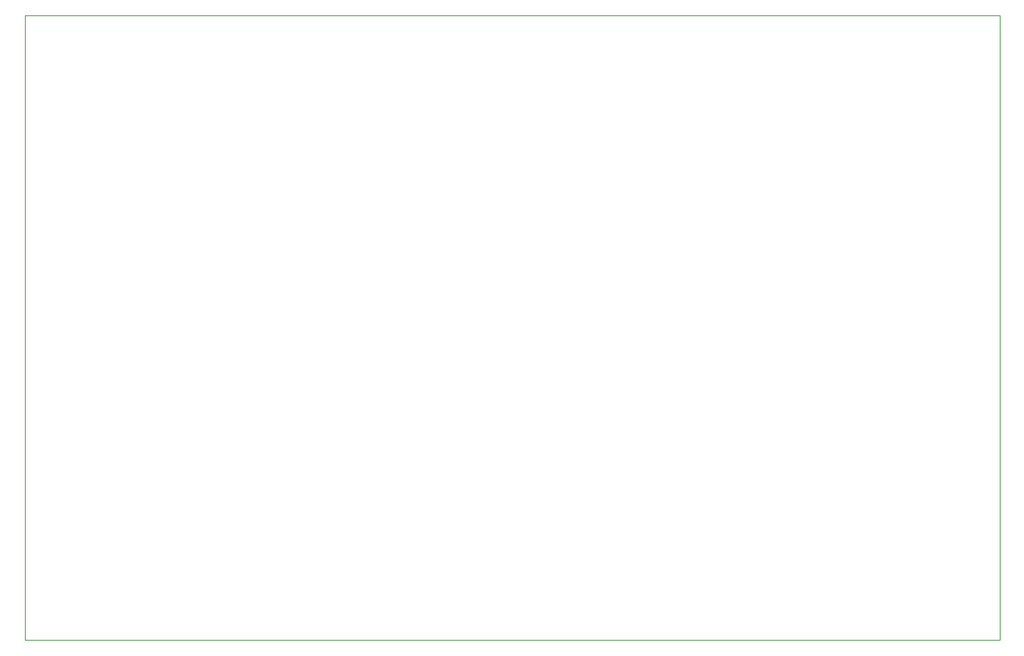
<source format=gbr>
%TF.GenerationSoftware,KiCad,Pcbnew,(5.1.6)-1*%
%TF.CreationDate,2021-02-25T22:42:19-08:00*%
%TF.ProjectId,KiCAD Schematic and PCB - Quick Design Example and Build,4b694341-4420-4536-9368-656d61746963,rev?*%
%TF.SameCoordinates,Original*%
%TF.FileFunction,Profile,NP*%
%FSLAX46Y46*%
G04 Gerber Fmt 4.6, Leading zero omitted, Abs format (unit mm)*
G04 Created by KiCad (PCBNEW (5.1.6)-1) date 2021-02-25 22:42:19*
%MOMM*%
%LPD*%
G01*
G04 APERTURE LIST*
%TA.AperFunction,Profile*%
%ADD10C,0.050000*%
%TD*%
G04 APERTURE END LIST*
D10*
X238721900Y-40614600D02*
X126161800Y-40640000D01*
X126161800Y-112776000D02*
X238721900Y-112750600D01*
X238721900Y-112750600D02*
X238721900Y-40614600D01*
X126161800Y-40640000D02*
X126161800Y-112776000D01*
M02*

</source>
